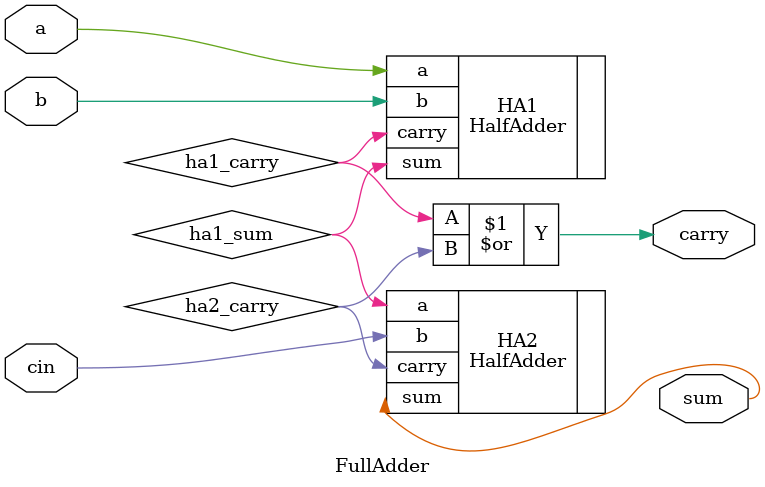
<source format=v>
module FullAdder (
    input a,
    input b,
    input cin,
    output sum,
    output carry
);
    wire ha1_sum, ha1_carry, ha2_carry;

    // First Half Adder
    HalfAdder HA1 (
        .a(a),
        .b(b),
        .sum(ha1_sum),
        .carry(ha1_carry)
    );

    // Second Half Adder
    HalfAdder HA2 (
        .a(ha1_sum),
        .b(cin),
        .sum(sum),
        .carry(ha2_carry)
    );

    // Carry-out
    assign carry = ha1_carry | ha2_carry;

endmodule



</source>
